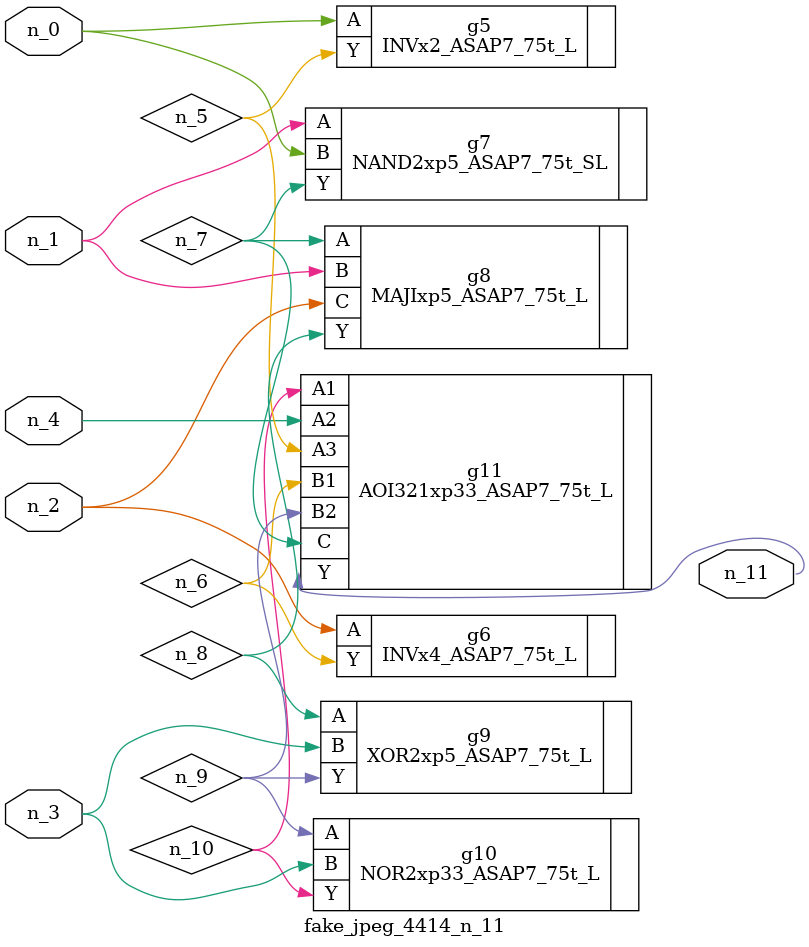
<source format=v>
module fake_jpeg_4414_n_11 (n_3, n_2, n_1, n_0, n_4, n_11);

input n_3;
input n_2;
input n_1;
input n_0;
input n_4;

output n_11;

wire n_10;
wire n_8;
wire n_9;
wire n_6;
wire n_5;
wire n_7;

INVx2_ASAP7_75t_L g5 ( 
.A(n_0),
.Y(n_5)
);

INVx4_ASAP7_75t_L g6 ( 
.A(n_2),
.Y(n_6)
);

NAND2xp5_ASAP7_75t_SL g7 ( 
.A(n_1),
.B(n_0),
.Y(n_7)
);

MAJIxp5_ASAP7_75t_L g8 ( 
.A(n_7),
.B(n_1),
.C(n_2),
.Y(n_8)
);

XOR2xp5_ASAP7_75t_L g9 ( 
.A(n_8),
.B(n_3),
.Y(n_9)
);

NOR2xp33_ASAP7_75t_L g10 ( 
.A(n_9),
.B(n_3),
.Y(n_10)
);

AOI321xp33_ASAP7_75t_L g11 ( 
.A1(n_10),
.A2(n_4),
.A3(n_5),
.B1(n_6),
.B2(n_9),
.C(n_7),
.Y(n_11)
);


endmodule
</source>
